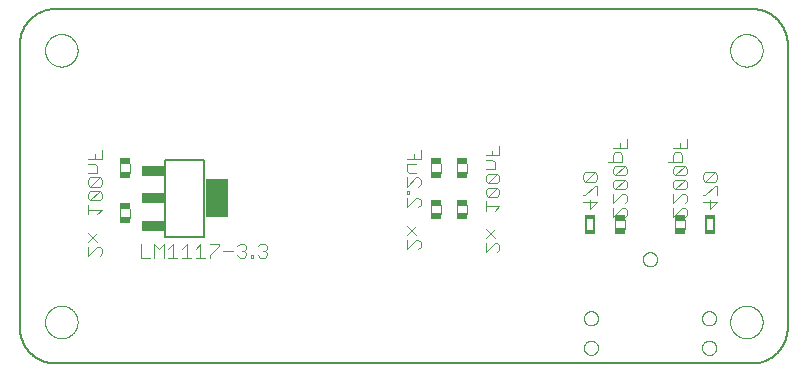
<source format=gbo>
G75*
%MOIN*%
%OFA0B0*%
%FSLAX25Y25*%
%IPPOS*%
%LPD*%
%AMOC8*
5,1,8,0,0,1.08239X$1,22.5*
%
%ADD10C,0.00400*%
%ADD11C,0.00500*%
%ADD12C,0.00000*%
%ADD13C,0.00800*%
%ADD14R,0.07300X0.12600*%
%ADD15R,0.07300X0.03400*%
%ADD16R,0.03740X0.01969*%
%ADD17C,0.00600*%
%ADD18R,0.03400X0.01600*%
D10*
X0045200Y0047191D02*
X0048269Y0047191D01*
X0049804Y0047191D02*
X0049804Y0051794D01*
X0051339Y0050260D01*
X0052873Y0051794D01*
X0052873Y0047191D01*
X0054408Y0047191D02*
X0057477Y0047191D01*
X0055942Y0047191D02*
X0055942Y0051794D01*
X0054408Y0050260D01*
X0059012Y0050260D02*
X0060546Y0051794D01*
X0060546Y0047191D01*
X0059012Y0047191D02*
X0062081Y0047191D01*
X0063616Y0047191D02*
X0066685Y0047191D01*
X0068220Y0047191D02*
X0068220Y0047958D01*
X0071289Y0051027D01*
X0071289Y0051794D01*
X0068220Y0051794D01*
X0065150Y0051794D02*
X0063616Y0050260D01*
X0065150Y0051794D02*
X0065150Y0047191D01*
X0072824Y0049493D02*
X0075893Y0049493D01*
X0077427Y0051027D02*
X0078195Y0051794D01*
X0079729Y0051794D01*
X0080497Y0051027D01*
X0080497Y0050260D01*
X0079729Y0049493D01*
X0080497Y0048725D01*
X0080497Y0047958D01*
X0079729Y0047191D01*
X0078195Y0047191D01*
X0077427Y0047958D01*
X0078962Y0049493D02*
X0079729Y0049493D01*
X0082031Y0047958D02*
X0082799Y0047958D01*
X0082799Y0047191D01*
X0082031Y0047191D01*
X0082031Y0047958D01*
X0084333Y0047958D02*
X0085101Y0047191D01*
X0086635Y0047191D01*
X0087403Y0047958D01*
X0087403Y0048725D01*
X0086635Y0049493D01*
X0085868Y0049493D01*
X0086635Y0049493D02*
X0087403Y0050260D01*
X0087403Y0051027D01*
X0086635Y0051794D01*
X0085101Y0051794D01*
X0084333Y0051027D01*
X0045200Y0051794D02*
X0045200Y0047191D01*
X0032304Y0048626D02*
X0031537Y0047859D01*
X0032304Y0048626D02*
X0032304Y0050161D01*
X0031537Y0050928D01*
X0030769Y0050928D01*
X0027700Y0047859D01*
X0027700Y0050928D01*
X0027700Y0052463D02*
X0030769Y0055532D01*
X0030769Y0052463D02*
X0027700Y0055532D01*
X0027700Y0061671D02*
X0027700Y0064740D01*
X0027700Y0063205D02*
X0032304Y0063205D01*
X0030769Y0061671D01*
X0038299Y0060589D02*
X0038299Y0063392D01*
X0041650Y0063392D02*
X0041650Y0060589D01*
X0032304Y0067042D02*
X0031537Y0066275D01*
X0028467Y0066275D01*
X0031537Y0069344D01*
X0028467Y0069344D01*
X0027700Y0068577D01*
X0027700Y0067042D01*
X0028467Y0066275D01*
X0032304Y0067042D02*
X0032304Y0068577D01*
X0031537Y0069344D01*
X0031537Y0070879D02*
X0032304Y0071646D01*
X0032304Y0073181D01*
X0031537Y0073948D01*
X0028467Y0070879D01*
X0027700Y0071646D01*
X0027700Y0073181D01*
X0028467Y0073948D01*
X0031537Y0073948D01*
X0030769Y0075483D02*
X0030769Y0077785D01*
X0030002Y0078552D01*
X0027700Y0078552D01*
X0027700Y0080087D02*
X0032304Y0080087D01*
X0032304Y0083156D01*
X0030002Y0081621D02*
X0030002Y0080087D01*
X0030769Y0075483D02*
X0027700Y0075483D01*
X0028467Y0070879D02*
X0031537Y0070879D01*
X0038299Y0075589D02*
X0038299Y0078392D01*
X0041650Y0078392D02*
X0041650Y0075589D01*
X0133950Y0076250D02*
X0134717Y0075483D01*
X0137019Y0075483D01*
X0137019Y0073948D02*
X0137787Y0073948D01*
X0138554Y0073181D01*
X0138554Y0071646D01*
X0137787Y0070879D01*
X0137019Y0073948D02*
X0133950Y0070879D01*
X0133950Y0073948D01*
X0133950Y0076250D02*
X0133950Y0078552D01*
X0137019Y0078552D01*
X0136252Y0080087D02*
X0136252Y0081621D01*
X0138554Y0080087D02*
X0138554Y0083156D01*
X0138554Y0080087D02*
X0133950Y0080087D01*
X0142049Y0078392D02*
X0142049Y0075589D01*
X0145400Y0075589D02*
X0145400Y0078392D01*
X0150799Y0078392D02*
X0150799Y0075589D01*
X0154150Y0075589D02*
X0154150Y0078392D01*
X0160200Y0079802D02*
X0162502Y0079802D01*
X0163269Y0079035D01*
X0163269Y0076733D01*
X0160200Y0076733D01*
X0160967Y0075198D02*
X0160200Y0074431D01*
X0160200Y0072896D01*
X0160967Y0072129D01*
X0164037Y0075198D01*
X0160967Y0075198D01*
X0164037Y0075198D02*
X0164804Y0074431D01*
X0164804Y0072896D01*
X0164037Y0072129D01*
X0160967Y0072129D01*
X0160967Y0070594D02*
X0160200Y0069827D01*
X0160200Y0068292D01*
X0160967Y0067525D01*
X0164037Y0070594D01*
X0160967Y0070594D01*
X0164037Y0070594D02*
X0164804Y0069827D01*
X0164804Y0068292D01*
X0164037Y0067525D01*
X0160967Y0067525D01*
X0160200Y0065990D02*
X0160200Y0062921D01*
X0163269Y0062921D02*
X0164804Y0064455D01*
X0160200Y0064455D01*
X0154150Y0064642D02*
X0154150Y0061839D01*
X0150799Y0061839D02*
X0150799Y0064642D01*
X0145400Y0064642D02*
X0145400Y0061839D01*
X0142049Y0061839D02*
X0142049Y0064642D01*
X0138554Y0064740D02*
X0137787Y0063973D01*
X0138554Y0064740D02*
X0138554Y0066275D01*
X0137787Y0067042D01*
X0137019Y0067042D01*
X0133950Y0063973D01*
X0133950Y0067042D01*
X0133950Y0068577D02*
X0133950Y0069344D01*
X0134717Y0069344D01*
X0134717Y0068577D01*
X0133950Y0068577D01*
X0133950Y0057834D02*
X0137019Y0054765D01*
X0137019Y0053230D02*
X0137787Y0053230D01*
X0138554Y0052463D01*
X0138554Y0050928D01*
X0137787Y0050161D01*
X0137019Y0053230D02*
X0133950Y0050161D01*
X0133950Y0053230D01*
X0133950Y0054765D02*
X0137019Y0057834D01*
X0160200Y0056782D02*
X0163269Y0053713D01*
X0163269Y0052178D02*
X0164037Y0052178D01*
X0164804Y0051411D01*
X0164804Y0049876D01*
X0164037Y0049109D01*
X0163269Y0052178D02*
X0160200Y0049109D01*
X0160200Y0052178D01*
X0160200Y0053713D02*
X0163269Y0056782D01*
X0192700Y0065681D02*
X0197304Y0065681D01*
X0195002Y0063379D01*
X0195002Y0066448D01*
X0193467Y0067983D02*
X0192700Y0067983D01*
X0193467Y0067983D02*
X0196537Y0071052D01*
X0197304Y0071052D01*
X0197304Y0067983D01*
X0202700Y0068490D02*
X0202700Y0065421D01*
X0205769Y0068490D01*
X0206537Y0068490D01*
X0207304Y0067723D01*
X0207304Y0066188D01*
X0206537Y0065421D01*
X0206537Y0063886D02*
X0207304Y0063119D01*
X0207304Y0061584D01*
X0206537Y0060817D01*
X0206650Y0059642D02*
X0206650Y0056839D01*
X0203299Y0056839D02*
X0203299Y0059642D01*
X0202700Y0060817D02*
X0205769Y0063886D01*
X0206537Y0063886D01*
X0202700Y0063886D02*
X0202700Y0060817D01*
X0203467Y0070025D02*
X0206537Y0073094D01*
X0203467Y0073094D01*
X0202700Y0072327D01*
X0202700Y0070792D01*
X0203467Y0070025D01*
X0206537Y0070025D01*
X0207304Y0070792D01*
X0207304Y0072327D01*
X0206537Y0073094D01*
X0206537Y0074629D02*
X0203467Y0074629D01*
X0206537Y0077698D01*
X0203467Y0077698D01*
X0202700Y0076931D01*
X0202700Y0075396D01*
X0203467Y0074629D01*
X0206537Y0074629D02*
X0207304Y0075396D01*
X0207304Y0076931D01*
X0206537Y0077698D01*
X0205769Y0079233D02*
X0205769Y0081535D01*
X0205002Y0082302D01*
X0203467Y0082302D01*
X0202700Y0081535D01*
X0202700Y0079233D01*
X0201165Y0079233D02*
X0205769Y0079233D01*
X0205002Y0083837D02*
X0205002Y0085371D01*
X0202700Y0083837D02*
X0207304Y0083837D01*
X0207304Y0086906D01*
X0222700Y0083837D02*
X0227304Y0083837D01*
X0227304Y0086906D01*
X0225002Y0085371D02*
X0225002Y0083837D01*
X0225002Y0082302D02*
X0223467Y0082302D01*
X0222700Y0081535D01*
X0222700Y0079233D01*
X0221165Y0079233D02*
X0225769Y0079233D01*
X0225769Y0081535D01*
X0225002Y0082302D01*
X0226537Y0077698D02*
X0223467Y0077698D01*
X0222700Y0076931D01*
X0222700Y0075396D01*
X0223467Y0074629D01*
X0226537Y0077698D01*
X0227304Y0076931D01*
X0227304Y0075396D01*
X0226537Y0074629D01*
X0223467Y0074629D01*
X0223467Y0073094D02*
X0222700Y0072327D01*
X0222700Y0070792D01*
X0223467Y0070025D01*
X0226537Y0073094D01*
X0223467Y0073094D01*
X0226537Y0073094D02*
X0227304Y0072327D01*
X0227304Y0070792D01*
X0226537Y0070025D01*
X0223467Y0070025D01*
X0222700Y0068490D02*
X0222700Y0065421D01*
X0225769Y0068490D01*
X0226537Y0068490D01*
X0227304Y0067723D01*
X0227304Y0066188D01*
X0226537Y0065421D01*
X0226537Y0063886D02*
X0227304Y0063119D01*
X0227304Y0061584D01*
X0226537Y0060817D01*
X0226650Y0059642D02*
X0226650Y0056839D01*
X0223299Y0056839D02*
X0223299Y0059642D01*
X0222700Y0060817D02*
X0225769Y0063886D01*
X0226537Y0063886D01*
X0222700Y0063886D02*
X0222700Y0060817D01*
X0232700Y0065681D02*
X0237304Y0065681D01*
X0235002Y0063379D01*
X0235002Y0066448D01*
X0233467Y0067983D02*
X0232700Y0067983D01*
X0233467Y0067983D02*
X0236537Y0071052D01*
X0237304Y0071052D01*
X0237304Y0067983D01*
X0236537Y0072587D02*
X0233467Y0072587D01*
X0236537Y0075656D01*
X0233467Y0075656D01*
X0232700Y0074889D01*
X0232700Y0073354D01*
X0233467Y0072587D01*
X0236537Y0072587D02*
X0237304Y0073354D01*
X0237304Y0074889D01*
X0236537Y0075656D01*
X0197304Y0074889D02*
X0197304Y0073354D01*
X0196537Y0072587D01*
X0193467Y0072587D01*
X0196537Y0075656D01*
X0193467Y0075656D01*
X0192700Y0074889D01*
X0192700Y0073354D01*
X0193467Y0072587D01*
X0196537Y0075656D02*
X0197304Y0074889D01*
X0164804Y0081337D02*
X0164804Y0084406D01*
X0162502Y0082871D02*
X0162502Y0081337D01*
X0160200Y0081337D02*
X0164804Y0081337D01*
D11*
X0249094Y0011991D02*
X0016811Y0011991D01*
X0016526Y0011994D01*
X0016240Y0012005D01*
X0015955Y0012022D01*
X0015671Y0012046D01*
X0015387Y0012077D01*
X0015104Y0012115D01*
X0014823Y0012160D01*
X0014542Y0012211D01*
X0014262Y0012269D01*
X0013984Y0012334D01*
X0013708Y0012406D01*
X0013434Y0012484D01*
X0013161Y0012569D01*
X0012891Y0012661D01*
X0012623Y0012759D01*
X0012357Y0012863D01*
X0012094Y0012974D01*
X0011834Y0013091D01*
X0011576Y0013214D01*
X0011322Y0013344D01*
X0011071Y0013480D01*
X0010823Y0013621D01*
X0010579Y0013769D01*
X0010338Y0013922D01*
X0010102Y0014082D01*
X0009869Y0014247D01*
X0009640Y0014417D01*
X0009415Y0014593D01*
X0009195Y0014775D01*
X0008979Y0014961D01*
X0008768Y0015153D01*
X0008561Y0015350D01*
X0008359Y0015552D01*
X0008162Y0015759D01*
X0007970Y0015970D01*
X0007784Y0016186D01*
X0007602Y0016406D01*
X0007426Y0016631D01*
X0007256Y0016860D01*
X0007091Y0017093D01*
X0006931Y0017329D01*
X0006778Y0017570D01*
X0006630Y0017814D01*
X0006489Y0018062D01*
X0006353Y0018313D01*
X0006223Y0018567D01*
X0006100Y0018825D01*
X0005983Y0019085D01*
X0005872Y0019348D01*
X0005768Y0019614D01*
X0005670Y0019882D01*
X0005578Y0020152D01*
X0005493Y0020425D01*
X0005415Y0020699D01*
X0005343Y0020975D01*
X0005278Y0021253D01*
X0005220Y0021533D01*
X0005169Y0021814D01*
X0005124Y0022095D01*
X0005086Y0022378D01*
X0005055Y0022662D01*
X0005031Y0022946D01*
X0005014Y0023231D01*
X0005003Y0023517D01*
X0005000Y0023802D01*
X0005000Y0118290D01*
X0005003Y0118575D01*
X0005014Y0118861D01*
X0005031Y0119146D01*
X0005055Y0119430D01*
X0005086Y0119714D01*
X0005124Y0119997D01*
X0005169Y0120278D01*
X0005220Y0120559D01*
X0005278Y0120839D01*
X0005343Y0121117D01*
X0005415Y0121393D01*
X0005493Y0121667D01*
X0005578Y0121940D01*
X0005670Y0122210D01*
X0005768Y0122478D01*
X0005872Y0122744D01*
X0005983Y0123007D01*
X0006100Y0123267D01*
X0006223Y0123525D01*
X0006353Y0123779D01*
X0006489Y0124030D01*
X0006630Y0124278D01*
X0006778Y0124522D01*
X0006931Y0124763D01*
X0007091Y0124999D01*
X0007256Y0125232D01*
X0007426Y0125461D01*
X0007602Y0125686D01*
X0007784Y0125906D01*
X0007970Y0126122D01*
X0008162Y0126333D01*
X0008359Y0126540D01*
X0008561Y0126742D01*
X0008768Y0126939D01*
X0008979Y0127131D01*
X0009195Y0127317D01*
X0009415Y0127499D01*
X0009640Y0127675D01*
X0009869Y0127845D01*
X0010102Y0128010D01*
X0010338Y0128170D01*
X0010579Y0128323D01*
X0010823Y0128471D01*
X0011071Y0128612D01*
X0011322Y0128748D01*
X0011576Y0128878D01*
X0011834Y0129001D01*
X0012094Y0129118D01*
X0012357Y0129229D01*
X0012623Y0129333D01*
X0012891Y0129431D01*
X0013161Y0129523D01*
X0013434Y0129608D01*
X0013708Y0129686D01*
X0013984Y0129758D01*
X0014262Y0129823D01*
X0014542Y0129881D01*
X0014823Y0129932D01*
X0015104Y0129977D01*
X0015387Y0130015D01*
X0015671Y0130046D01*
X0015955Y0130070D01*
X0016240Y0130087D01*
X0016526Y0130098D01*
X0016811Y0130101D01*
X0249094Y0130101D01*
X0249379Y0130098D01*
X0249665Y0130087D01*
X0249950Y0130070D01*
X0250234Y0130046D01*
X0250518Y0130015D01*
X0250801Y0129977D01*
X0251082Y0129932D01*
X0251363Y0129881D01*
X0251643Y0129823D01*
X0251921Y0129758D01*
X0252197Y0129686D01*
X0252471Y0129608D01*
X0252744Y0129523D01*
X0253014Y0129431D01*
X0253282Y0129333D01*
X0253548Y0129229D01*
X0253811Y0129118D01*
X0254071Y0129001D01*
X0254329Y0128878D01*
X0254583Y0128748D01*
X0254834Y0128612D01*
X0255082Y0128471D01*
X0255326Y0128323D01*
X0255567Y0128170D01*
X0255803Y0128010D01*
X0256036Y0127845D01*
X0256265Y0127675D01*
X0256490Y0127499D01*
X0256710Y0127317D01*
X0256926Y0127131D01*
X0257137Y0126939D01*
X0257344Y0126742D01*
X0257546Y0126540D01*
X0257743Y0126333D01*
X0257935Y0126122D01*
X0258121Y0125906D01*
X0258303Y0125686D01*
X0258479Y0125461D01*
X0258649Y0125232D01*
X0258814Y0124999D01*
X0258974Y0124763D01*
X0259127Y0124522D01*
X0259275Y0124278D01*
X0259416Y0124030D01*
X0259552Y0123779D01*
X0259682Y0123525D01*
X0259805Y0123267D01*
X0259922Y0123007D01*
X0260033Y0122744D01*
X0260137Y0122478D01*
X0260235Y0122210D01*
X0260327Y0121940D01*
X0260412Y0121667D01*
X0260490Y0121393D01*
X0260562Y0121117D01*
X0260627Y0120839D01*
X0260685Y0120559D01*
X0260736Y0120278D01*
X0260781Y0119997D01*
X0260819Y0119714D01*
X0260850Y0119430D01*
X0260874Y0119146D01*
X0260891Y0118861D01*
X0260902Y0118575D01*
X0260905Y0118290D01*
X0260906Y0118290D02*
X0260906Y0023802D01*
X0260905Y0023802D02*
X0260902Y0023517D01*
X0260891Y0023231D01*
X0260874Y0022946D01*
X0260850Y0022662D01*
X0260819Y0022378D01*
X0260781Y0022095D01*
X0260736Y0021814D01*
X0260685Y0021533D01*
X0260627Y0021253D01*
X0260562Y0020975D01*
X0260490Y0020699D01*
X0260412Y0020425D01*
X0260327Y0020152D01*
X0260235Y0019882D01*
X0260137Y0019614D01*
X0260033Y0019348D01*
X0259922Y0019085D01*
X0259805Y0018825D01*
X0259682Y0018567D01*
X0259552Y0018313D01*
X0259416Y0018062D01*
X0259275Y0017814D01*
X0259127Y0017570D01*
X0258974Y0017329D01*
X0258814Y0017093D01*
X0258649Y0016860D01*
X0258479Y0016631D01*
X0258303Y0016406D01*
X0258121Y0016186D01*
X0257935Y0015970D01*
X0257743Y0015759D01*
X0257546Y0015552D01*
X0257344Y0015350D01*
X0257137Y0015153D01*
X0256926Y0014961D01*
X0256710Y0014775D01*
X0256490Y0014593D01*
X0256265Y0014417D01*
X0256036Y0014247D01*
X0255803Y0014082D01*
X0255567Y0013922D01*
X0255326Y0013769D01*
X0255082Y0013621D01*
X0254834Y0013480D01*
X0254583Y0013344D01*
X0254329Y0013214D01*
X0254071Y0013091D01*
X0253811Y0012974D01*
X0253548Y0012863D01*
X0253282Y0012759D01*
X0253014Y0012661D01*
X0252744Y0012569D01*
X0252471Y0012484D01*
X0252197Y0012406D01*
X0251921Y0012334D01*
X0251643Y0012269D01*
X0251363Y0012211D01*
X0251082Y0012160D01*
X0250801Y0012115D01*
X0250518Y0012077D01*
X0250234Y0012046D01*
X0249950Y0012022D01*
X0249665Y0012005D01*
X0249379Y0011994D01*
X0249094Y0011991D01*
D12*
X0232323Y0017148D02*
X0232325Y0017245D01*
X0232331Y0017342D01*
X0232341Y0017438D01*
X0232355Y0017534D01*
X0232373Y0017630D01*
X0232394Y0017724D01*
X0232420Y0017818D01*
X0232449Y0017910D01*
X0232483Y0018001D01*
X0232519Y0018091D01*
X0232560Y0018179D01*
X0232604Y0018265D01*
X0232652Y0018350D01*
X0232703Y0018432D01*
X0232757Y0018513D01*
X0232815Y0018591D01*
X0232876Y0018666D01*
X0232939Y0018739D01*
X0233006Y0018810D01*
X0233076Y0018877D01*
X0233148Y0018942D01*
X0233223Y0019003D01*
X0233301Y0019062D01*
X0233380Y0019117D01*
X0233462Y0019169D01*
X0233546Y0019217D01*
X0233632Y0019262D01*
X0233720Y0019304D01*
X0233809Y0019342D01*
X0233900Y0019376D01*
X0233992Y0019406D01*
X0234085Y0019433D01*
X0234180Y0019455D01*
X0234275Y0019474D01*
X0234371Y0019489D01*
X0234467Y0019500D01*
X0234564Y0019507D01*
X0234661Y0019510D01*
X0234758Y0019509D01*
X0234855Y0019504D01*
X0234951Y0019495D01*
X0235047Y0019482D01*
X0235143Y0019465D01*
X0235238Y0019444D01*
X0235331Y0019420D01*
X0235424Y0019391D01*
X0235516Y0019359D01*
X0235606Y0019323D01*
X0235694Y0019284D01*
X0235781Y0019240D01*
X0235866Y0019194D01*
X0235949Y0019143D01*
X0236030Y0019090D01*
X0236108Y0019033D01*
X0236185Y0018973D01*
X0236258Y0018910D01*
X0236329Y0018844D01*
X0236397Y0018775D01*
X0236463Y0018703D01*
X0236525Y0018629D01*
X0236584Y0018552D01*
X0236640Y0018473D01*
X0236693Y0018391D01*
X0236743Y0018308D01*
X0236788Y0018222D01*
X0236831Y0018135D01*
X0236870Y0018046D01*
X0236905Y0017956D01*
X0236936Y0017864D01*
X0236963Y0017771D01*
X0236987Y0017677D01*
X0237007Y0017582D01*
X0237023Y0017486D01*
X0237035Y0017390D01*
X0237043Y0017293D01*
X0237047Y0017196D01*
X0237047Y0017100D01*
X0237043Y0017003D01*
X0237035Y0016906D01*
X0237023Y0016810D01*
X0237007Y0016714D01*
X0236987Y0016619D01*
X0236963Y0016525D01*
X0236936Y0016432D01*
X0236905Y0016340D01*
X0236870Y0016250D01*
X0236831Y0016161D01*
X0236788Y0016074D01*
X0236743Y0015988D01*
X0236693Y0015905D01*
X0236640Y0015823D01*
X0236584Y0015744D01*
X0236525Y0015667D01*
X0236463Y0015593D01*
X0236397Y0015521D01*
X0236329Y0015452D01*
X0236258Y0015386D01*
X0236185Y0015323D01*
X0236108Y0015263D01*
X0236030Y0015206D01*
X0235949Y0015153D01*
X0235866Y0015102D01*
X0235781Y0015056D01*
X0235694Y0015012D01*
X0235606Y0014973D01*
X0235516Y0014937D01*
X0235424Y0014905D01*
X0235331Y0014876D01*
X0235238Y0014852D01*
X0235143Y0014831D01*
X0235047Y0014814D01*
X0234951Y0014801D01*
X0234855Y0014792D01*
X0234758Y0014787D01*
X0234661Y0014786D01*
X0234564Y0014789D01*
X0234467Y0014796D01*
X0234371Y0014807D01*
X0234275Y0014822D01*
X0234180Y0014841D01*
X0234085Y0014863D01*
X0233992Y0014890D01*
X0233900Y0014920D01*
X0233809Y0014954D01*
X0233720Y0014992D01*
X0233632Y0015034D01*
X0233546Y0015079D01*
X0233462Y0015127D01*
X0233380Y0015179D01*
X0233301Y0015234D01*
X0233223Y0015293D01*
X0233148Y0015354D01*
X0233076Y0015419D01*
X0233006Y0015486D01*
X0232939Y0015557D01*
X0232876Y0015630D01*
X0232815Y0015705D01*
X0232757Y0015783D01*
X0232703Y0015864D01*
X0232652Y0015946D01*
X0232604Y0016031D01*
X0232560Y0016117D01*
X0232519Y0016205D01*
X0232483Y0016295D01*
X0232449Y0016386D01*
X0232420Y0016478D01*
X0232394Y0016572D01*
X0232373Y0016666D01*
X0232355Y0016762D01*
X0232341Y0016858D01*
X0232331Y0016954D01*
X0232325Y0017051D01*
X0232323Y0017148D01*
X0241713Y0025770D02*
X0241715Y0025917D01*
X0241721Y0026063D01*
X0241731Y0026209D01*
X0241745Y0026355D01*
X0241763Y0026501D01*
X0241784Y0026646D01*
X0241810Y0026790D01*
X0241840Y0026934D01*
X0241873Y0027076D01*
X0241910Y0027218D01*
X0241951Y0027359D01*
X0241996Y0027498D01*
X0242045Y0027637D01*
X0242097Y0027774D01*
X0242154Y0027909D01*
X0242213Y0028043D01*
X0242277Y0028175D01*
X0242344Y0028305D01*
X0242414Y0028434D01*
X0242488Y0028561D01*
X0242565Y0028685D01*
X0242646Y0028808D01*
X0242730Y0028928D01*
X0242817Y0029046D01*
X0242907Y0029161D01*
X0243000Y0029274D01*
X0243097Y0029385D01*
X0243196Y0029493D01*
X0243298Y0029598D01*
X0243403Y0029700D01*
X0243511Y0029799D01*
X0243622Y0029896D01*
X0243735Y0029989D01*
X0243850Y0030079D01*
X0243968Y0030166D01*
X0244088Y0030250D01*
X0244211Y0030331D01*
X0244335Y0030408D01*
X0244462Y0030482D01*
X0244591Y0030552D01*
X0244721Y0030619D01*
X0244853Y0030683D01*
X0244987Y0030742D01*
X0245122Y0030799D01*
X0245259Y0030851D01*
X0245398Y0030900D01*
X0245537Y0030945D01*
X0245678Y0030986D01*
X0245820Y0031023D01*
X0245962Y0031056D01*
X0246106Y0031086D01*
X0246250Y0031112D01*
X0246395Y0031133D01*
X0246541Y0031151D01*
X0246687Y0031165D01*
X0246833Y0031175D01*
X0246979Y0031181D01*
X0247126Y0031183D01*
X0247273Y0031181D01*
X0247419Y0031175D01*
X0247565Y0031165D01*
X0247711Y0031151D01*
X0247857Y0031133D01*
X0248002Y0031112D01*
X0248146Y0031086D01*
X0248290Y0031056D01*
X0248432Y0031023D01*
X0248574Y0030986D01*
X0248715Y0030945D01*
X0248854Y0030900D01*
X0248993Y0030851D01*
X0249130Y0030799D01*
X0249265Y0030742D01*
X0249399Y0030683D01*
X0249531Y0030619D01*
X0249661Y0030552D01*
X0249790Y0030482D01*
X0249917Y0030408D01*
X0250041Y0030331D01*
X0250164Y0030250D01*
X0250284Y0030166D01*
X0250402Y0030079D01*
X0250517Y0029989D01*
X0250630Y0029896D01*
X0250741Y0029799D01*
X0250849Y0029700D01*
X0250954Y0029598D01*
X0251056Y0029493D01*
X0251155Y0029385D01*
X0251252Y0029274D01*
X0251345Y0029161D01*
X0251435Y0029046D01*
X0251522Y0028928D01*
X0251606Y0028808D01*
X0251687Y0028685D01*
X0251764Y0028561D01*
X0251838Y0028434D01*
X0251908Y0028305D01*
X0251975Y0028175D01*
X0252039Y0028043D01*
X0252098Y0027909D01*
X0252155Y0027774D01*
X0252207Y0027637D01*
X0252256Y0027498D01*
X0252301Y0027359D01*
X0252342Y0027218D01*
X0252379Y0027076D01*
X0252412Y0026934D01*
X0252442Y0026790D01*
X0252468Y0026646D01*
X0252489Y0026501D01*
X0252507Y0026355D01*
X0252521Y0026209D01*
X0252531Y0026063D01*
X0252537Y0025917D01*
X0252539Y0025770D01*
X0252537Y0025623D01*
X0252531Y0025477D01*
X0252521Y0025331D01*
X0252507Y0025185D01*
X0252489Y0025039D01*
X0252468Y0024894D01*
X0252442Y0024750D01*
X0252412Y0024606D01*
X0252379Y0024464D01*
X0252342Y0024322D01*
X0252301Y0024181D01*
X0252256Y0024042D01*
X0252207Y0023903D01*
X0252155Y0023766D01*
X0252098Y0023631D01*
X0252039Y0023497D01*
X0251975Y0023365D01*
X0251908Y0023235D01*
X0251838Y0023106D01*
X0251764Y0022979D01*
X0251687Y0022855D01*
X0251606Y0022732D01*
X0251522Y0022612D01*
X0251435Y0022494D01*
X0251345Y0022379D01*
X0251252Y0022266D01*
X0251155Y0022155D01*
X0251056Y0022047D01*
X0250954Y0021942D01*
X0250849Y0021840D01*
X0250741Y0021741D01*
X0250630Y0021644D01*
X0250517Y0021551D01*
X0250402Y0021461D01*
X0250284Y0021374D01*
X0250164Y0021290D01*
X0250041Y0021209D01*
X0249917Y0021132D01*
X0249790Y0021058D01*
X0249661Y0020988D01*
X0249531Y0020921D01*
X0249399Y0020857D01*
X0249265Y0020798D01*
X0249130Y0020741D01*
X0248993Y0020689D01*
X0248854Y0020640D01*
X0248715Y0020595D01*
X0248574Y0020554D01*
X0248432Y0020517D01*
X0248290Y0020484D01*
X0248146Y0020454D01*
X0248002Y0020428D01*
X0247857Y0020407D01*
X0247711Y0020389D01*
X0247565Y0020375D01*
X0247419Y0020365D01*
X0247273Y0020359D01*
X0247126Y0020357D01*
X0246979Y0020359D01*
X0246833Y0020365D01*
X0246687Y0020375D01*
X0246541Y0020389D01*
X0246395Y0020407D01*
X0246250Y0020428D01*
X0246106Y0020454D01*
X0245962Y0020484D01*
X0245820Y0020517D01*
X0245678Y0020554D01*
X0245537Y0020595D01*
X0245398Y0020640D01*
X0245259Y0020689D01*
X0245122Y0020741D01*
X0244987Y0020798D01*
X0244853Y0020857D01*
X0244721Y0020921D01*
X0244591Y0020988D01*
X0244462Y0021058D01*
X0244335Y0021132D01*
X0244211Y0021209D01*
X0244088Y0021290D01*
X0243968Y0021374D01*
X0243850Y0021461D01*
X0243735Y0021551D01*
X0243622Y0021644D01*
X0243511Y0021741D01*
X0243403Y0021840D01*
X0243298Y0021942D01*
X0243196Y0022047D01*
X0243097Y0022155D01*
X0243000Y0022266D01*
X0242907Y0022379D01*
X0242817Y0022494D01*
X0242730Y0022612D01*
X0242646Y0022732D01*
X0242565Y0022855D01*
X0242488Y0022979D01*
X0242414Y0023106D01*
X0242344Y0023235D01*
X0242277Y0023365D01*
X0242213Y0023497D01*
X0242154Y0023631D01*
X0242097Y0023766D01*
X0242045Y0023903D01*
X0241996Y0024042D01*
X0241951Y0024181D01*
X0241910Y0024322D01*
X0241873Y0024464D01*
X0241840Y0024606D01*
X0241810Y0024750D01*
X0241784Y0024894D01*
X0241763Y0025039D01*
X0241745Y0025185D01*
X0241731Y0025331D01*
X0241721Y0025477D01*
X0241715Y0025623D01*
X0241713Y0025770D01*
X0232323Y0026991D02*
X0232325Y0027088D01*
X0232331Y0027185D01*
X0232341Y0027281D01*
X0232355Y0027377D01*
X0232373Y0027473D01*
X0232394Y0027567D01*
X0232420Y0027661D01*
X0232449Y0027753D01*
X0232483Y0027844D01*
X0232519Y0027934D01*
X0232560Y0028022D01*
X0232604Y0028108D01*
X0232652Y0028193D01*
X0232703Y0028275D01*
X0232757Y0028356D01*
X0232815Y0028434D01*
X0232876Y0028509D01*
X0232939Y0028582D01*
X0233006Y0028653D01*
X0233076Y0028720D01*
X0233148Y0028785D01*
X0233223Y0028846D01*
X0233301Y0028905D01*
X0233380Y0028960D01*
X0233462Y0029012D01*
X0233546Y0029060D01*
X0233632Y0029105D01*
X0233720Y0029147D01*
X0233809Y0029185D01*
X0233900Y0029219D01*
X0233992Y0029249D01*
X0234085Y0029276D01*
X0234180Y0029298D01*
X0234275Y0029317D01*
X0234371Y0029332D01*
X0234467Y0029343D01*
X0234564Y0029350D01*
X0234661Y0029353D01*
X0234758Y0029352D01*
X0234855Y0029347D01*
X0234951Y0029338D01*
X0235047Y0029325D01*
X0235143Y0029308D01*
X0235238Y0029287D01*
X0235331Y0029263D01*
X0235424Y0029234D01*
X0235516Y0029202D01*
X0235606Y0029166D01*
X0235694Y0029127D01*
X0235781Y0029083D01*
X0235866Y0029037D01*
X0235949Y0028986D01*
X0236030Y0028933D01*
X0236108Y0028876D01*
X0236185Y0028816D01*
X0236258Y0028753D01*
X0236329Y0028687D01*
X0236397Y0028618D01*
X0236463Y0028546D01*
X0236525Y0028472D01*
X0236584Y0028395D01*
X0236640Y0028316D01*
X0236693Y0028234D01*
X0236743Y0028151D01*
X0236788Y0028065D01*
X0236831Y0027978D01*
X0236870Y0027889D01*
X0236905Y0027799D01*
X0236936Y0027707D01*
X0236963Y0027614D01*
X0236987Y0027520D01*
X0237007Y0027425D01*
X0237023Y0027329D01*
X0237035Y0027233D01*
X0237043Y0027136D01*
X0237047Y0027039D01*
X0237047Y0026943D01*
X0237043Y0026846D01*
X0237035Y0026749D01*
X0237023Y0026653D01*
X0237007Y0026557D01*
X0236987Y0026462D01*
X0236963Y0026368D01*
X0236936Y0026275D01*
X0236905Y0026183D01*
X0236870Y0026093D01*
X0236831Y0026004D01*
X0236788Y0025917D01*
X0236743Y0025831D01*
X0236693Y0025748D01*
X0236640Y0025666D01*
X0236584Y0025587D01*
X0236525Y0025510D01*
X0236463Y0025436D01*
X0236397Y0025364D01*
X0236329Y0025295D01*
X0236258Y0025229D01*
X0236185Y0025166D01*
X0236108Y0025106D01*
X0236030Y0025049D01*
X0235949Y0024996D01*
X0235866Y0024945D01*
X0235781Y0024899D01*
X0235694Y0024855D01*
X0235606Y0024816D01*
X0235516Y0024780D01*
X0235424Y0024748D01*
X0235331Y0024719D01*
X0235238Y0024695D01*
X0235143Y0024674D01*
X0235047Y0024657D01*
X0234951Y0024644D01*
X0234855Y0024635D01*
X0234758Y0024630D01*
X0234661Y0024629D01*
X0234564Y0024632D01*
X0234467Y0024639D01*
X0234371Y0024650D01*
X0234275Y0024665D01*
X0234180Y0024684D01*
X0234085Y0024706D01*
X0233992Y0024733D01*
X0233900Y0024763D01*
X0233809Y0024797D01*
X0233720Y0024835D01*
X0233632Y0024877D01*
X0233546Y0024922D01*
X0233462Y0024970D01*
X0233380Y0025022D01*
X0233301Y0025077D01*
X0233223Y0025136D01*
X0233148Y0025197D01*
X0233076Y0025262D01*
X0233006Y0025329D01*
X0232939Y0025400D01*
X0232876Y0025473D01*
X0232815Y0025548D01*
X0232757Y0025626D01*
X0232703Y0025707D01*
X0232652Y0025789D01*
X0232604Y0025874D01*
X0232560Y0025960D01*
X0232519Y0026048D01*
X0232483Y0026138D01*
X0232449Y0026229D01*
X0232420Y0026321D01*
X0232394Y0026415D01*
X0232373Y0026509D01*
X0232355Y0026605D01*
X0232341Y0026701D01*
X0232331Y0026797D01*
X0232325Y0026894D01*
X0232323Y0026991D01*
X0192953Y0026991D02*
X0192955Y0027088D01*
X0192961Y0027185D01*
X0192971Y0027281D01*
X0192985Y0027377D01*
X0193003Y0027473D01*
X0193024Y0027567D01*
X0193050Y0027661D01*
X0193079Y0027753D01*
X0193113Y0027844D01*
X0193149Y0027934D01*
X0193190Y0028022D01*
X0193234Y0028108D01*
X0193282Y0028193D01*
X0193333Y0028275D01*
X0193387Y0028356D01*
X0193445Y0028434D01*
X0193506Y0028509D01*
X0193569Y0028582D01*
X0193636Y0028653D01*
X0193706Y0028720D01*
X0193778Y0028785D01*
X0193853Y0028846D01*
X0193931Y0028905D01*
X0194010Y0028960D01*
X0194092Y0029012D01*
X0194176Y0029060D01*
X0194262Y0029105D01*
X0194350Y0029147D01*
X0194439Y0029185D01*
X0194530Y0029219D01*
X0194622Y0029249D01*
X0194715Y0029276D01*
X0194810Y0029298D01*
X0194905Y0029317D01*
X0195001Y0029332D01*
X0195097Y0029343D01*
X0195194Y0029350D01*
X0195291Y0029353D01*
X0195388Y0029352D01*
X0195485Y0029347D01*
X0195581Y0029338D01*
X0195677Y0029325D01*
X0195773Y0029308D01*
X0195868Y0029287D01*
X0195961Y0029263D01*
X0196054Y0029234D01*
X0196146Y0029202D01*
X0196236Y0029166D01*
X0196324Y0029127D01*
X0196411Y0029083D01*
X0196496Y0029037D01*
X0196579Y0028986D01*
X0196660Y0028933D01*
X0196738Y0028876D01*
X0196815Y0028816D01*
X0196888Y0028753D01*
X0196959Y0028687D01*
X0197027Y0028618D01*
X0197093Y0028546D01*
X0197155Y0028472D01*
X0197214Y0028395D01*
X0197270Y0028316D01*
X0197323Y0028234D01*
X0197373Y0028151D01*
X0197418Y0028065D01*
X0197461Y0027978D01*
X0197500Y0027889D01*
X0197535Y0027799D01*
X0197566Y0027707D01*
X0197593Y0027614D01*
X0197617Y0027520D01*
X0197637Y0027425D01*
X0197653Y0027329D01*
X0197665Y0027233D01*
X0197673Y0027136D01*
X0197677Y0027039D01*
X0197677Y0026943D01*
X0197673Y0026846D01*
X0197665Y0026749D01*
X0197653Y0026653D01*
X0197637Y0026557D01*
X0197617Y0026462D01*
X0197593Y0026368D01*
X0197566Y0026275D01*
X0197535Y0026183D01*
X0197500Y0026093D01*
X0197461Y0026004D01*
X0197418Y0025917D01*
X0197373Y0025831D01*
X0197323Y0025748D01*
X0197270Y0025666D01*
X0197214Y0025587D01*
X0197155Y0025510D01*
X0197093Y0025436D01*
X0197027Y0025364D01*
X0196959Y0025295D01*
X0196888Y0025229D01*
X0196815Y0025166D01*
X0196738Y0025106D01*
X0196660Y0025049D01*
X0196579Y0024996D01*
X0196496Y0024945D01*
X0196411Y0024899D01*
X0196324Y0024855D01*
X0196236Y0024816D01*
X0196146Y0024780D01*
X0196054Y0024748D01*
X0195961Y0024719D01*
X0195868Y0024695D01*
X0195773Y0024674D01*
X0195677Y0024657D01*
X0195581Y0024644D01*
X0195485Y0024635D01*
X0195388Y0024630D01*
X0195291Y0024629D01*
X0195194Y0024632D01*
X0195097Y0024639D01*
X0195001Y0024650D01*
X0194905Y0024665D01*
X0194810Y0024684D01*
X0194715Y0024706D01*
X0194622Y0024733D01*
X0194530Y0024763D01*
X0194439Y0024797D01*
X0194350Y0024835D01*
X0194262Y0024877D01*
X0194176Y0024922D01*
X0194092Y0024970D01*
X0194010Y0025022D01*
X0193931Y0025077D01*
X0193853Y0025136D01*
X0193778Y0025197D01*
X0193706Y0025262D01*
X0193636Y0025329D01*
X0193569Y0025400D01*
X0193506Y0025473D01*
X0193445Y0025548D01*
X0193387Y0025626D01*
X0193333Y0025707D01*
X0193282Y0025789D01*
X0193234Y0025874D01*
X0193190Y0025960D01*
X0193149Y0026048D01*
X0193113Y0026138D01*
X0193079Y0026229D01*
X0193050Y0026321D01*
X0193024Y0026415D01*
X0193003Y0026509D01*
X0192985Y0026605D01*
X0192971Y0026701D01*
X0192961Y0026797D01*
X0192955Y0026894D01*
X0192953Y0026991D01*
X0192953Y0017148D02*
X0192955Y0017245D01*
X0192961Y0017342D01*
X0192971Y0017438D01*
X0192985Y0017534D01*
X0193003Y0017630D01*
X0193024Y0017724D01*
X0193050Y0017818D01*
X0193079Y0017910D01*
X0193113Y0018001D01*
X0193149Y0018091D01*
X0193190Y0018179D01*
X0193234Y0018265D01*
X0193282Y0018350D01*
X0193333Y0018432D01*
X0193387Y0018513D01*
X0193445Y0018591D01*
X0193506Y0018666D01*
X0193569Y0018739D01*
X0193636Y0018810D01*
X0193706Y0018877D01*
X0193778Y0018942D01*
X0193853Y0019003D01*
X0193931Y0019062D01*
X0194010Y0019117D01*
X0194092Y0019169D01*
X0194176Y0019217D01*
X0194262Y0019262D01*
X0194350Y0019304D01*
X0194439Y0019342D01*
X0194530Y0019376D01*
X0194622Y0019406D01*
X0194715Y0019433D01*
X0194810Y0019455D01*
X0194905Y0019474D01*
X0195001Y0019489D01*
X0195097Y0019500D01*
X0195194Y0019507D01*
X0195291Y0019510D01*
X0195388Y0019509D01*
X0195485Y0019504D01*
X0195581Y0019495D01*
X0195677Y0019482D01*
X0195773Y0019465D01*
X0195868Y0019444D01*
X0195961Y0019420D01*
X0196054Y0019391D01*
X0196146Y0019359D01*
X0196236Y0019323D01*
X0196324Y0019284D01*
X0196411Y0019240D01*
X0196496Y0019194D01*
X0196579Y0019143D01*
X0196660Y0019090D01*
X0196738Y0019033D01*
X0196815Y0018973D01*
X0196888Y0018910D01*
X0196959Y0018844D01*
X0197027Y0018775D01*
X0197093Y0018703D01*
X0197155Y0018629D01*
X0197214Y0018552D01*
X0197270Y0018473D01*
X0197323Y0018391D01*
X0197373Y0018308D01*
X0197418Y0018222D01*
X0197461Y0018135D01*
X0197500Y0018046D01*
X0197535Y0017956D01*
X0197566Y0017864D01*
X0197593Y0017771D01*
X0197617Y0017677D01*
X0197637Y0017582D01*
X0197653Y0017486D01*
X0197665Y0017390D01*
X0197673Y0017293D01*
X0197677Y0017196D01*
X0197677Y0017100D01*
X0197673Y0017003D01*
X0197665Y0016906D01*
X0197653Y0016810D01*
X0197637Y0016714D01*
X0197617Y0016619D01*
X0197593Y0016525D01*
X0197566Y0016432D01*
X0197535Y0016340D01*
X0197500Y0016250D01*
X0197461Y0016161D01*
X0197418Y0016074D01*
X0197373Y0015988D01*
X0197323Y0015905D01*
X0197270Y0015823D01*
X0197214Y0015744D01*
X0197155Y0015667D01*
X0197093Y0015593D01*
X0197027Y0015521D01*
X0196959Y0015452D01*
X0196888Y0015386D01*
X0196815Y0015323D01*
X0196738Y0015263D01*
X0196660Y0015206D01*
X0196579Y0015153D01*
X0196496Y0015102D01*
X0196411Y0015056D01*
X0196324Y0015012D01*
X0196236Y0014973D01*
X0196146Y0014937D01*
X0196054Y0014905D01*
X0195961Y0014876D01*
X0195868Y0014852D01*
X0195773Y0014831D01*
X0195677Y0014814D01*
X0195581Y0014801D01*
X0195485Y0014792D01*
X0195388Y0014787D01*
X0195291Y0014786D01*
X0195194Y0014789D01*
X0195097Y0014796D01*
X0195001Y0014807D01*
X0194905Y0014822D01*
X0194810Y0014841D01*
X0194715Y0014863D01*
X0194622Y0014890D01*
X0194530Y0014920D01*
X0194439Y0014954D01*
X0194350Y0014992D01*
X0194262Y0015034D01*
X0194176Y0015079D01*
X0194092Y0015127D01*
X0194010Y0015179D01*
X0193931Y0015234D01*
X0193853Y0015293D01*
X0193778Y0015354D01*
X0193706Y0015419D01*
X0193636Y0015486D01*
X0193569Y0015557D01*
X0193506Y0015630D01*
X0193445Y0015705D01*
X0193387Y0015783D01*
X0193333Y0015864D01*
X0193282Y0015946D01*
X0193234Y0016031D01*
X0193190Y0016117D01*
X0193149Y0016205D01*
X0193113Y0016295D01*
X0193079Y0016386D01*
X0193050Y0016478D01*
X0193024Y0016572D01*
X0193003Y0016666D01*
X0192985Y0016762D01*
X0192971Y0016858D01*
X0192961Y0016954D01*
X0192955Y0017051D01*
X0192953Y0017148D01*
X0212638Y0046676D02*
X0212640Y0046773D01*
X0212646Y0046870D01*
X0212656Y0046966D01*
X0212670Y0047062D01*
X0212688Y0047158D01*
X0212709Y0047252D01*
X0212735Y0047346D01*
X0212764Y0047438D01*
X0212798Y0047529D01*
X0212834Y0047619D01*
X0212875Y0047707D01*
X0212919Y0047793D01*
X0212967Y0047878D01*
X0213018Y0047960D01*
X0213072Y0048041D01*
X0213130Y0048119D01*
X0213191Y0048194D01*
X0213254Y0048267D01*
X0213321Y0048338D01*
X0213391Y0048405D01*
X0213463Y0048470D01*
X0213538Y0048531D01*
X0213616Y0048590D01*
X0213695Y0048645D01*
X0213777Y0048697D01*
X0213861Y0048745D01*
X0213947Y0048790D01*
X0214035Y0048832D01*
X0214124Y0048870D01*
X0214215Y0048904D01*
X0214307Y0048934D01*
X0214400Y0048961D01*
X0214495Y0048983D01*
X0214590Y0049002D01*
X0214686Y0049017D01*
X0214782Y0049028D01*
X0214879Y0049035D01*
X0214976Y0049038D01*
X0215073Y0049037D01*
X0215170Y0049032D01*
X0215266Y0049023D01*
X0215362Y0049010D01*
X0215458Y0048993D01*
X0215553Y0048972D01*
X0215646Y0048948D01*
X0215739Y0048919D01*
X0215831Y0048887D01*
X0215921Y0048851D01*
X0216009Y0048812D01*
X0216096Y0048768D01*
X0216181Y0048722D01*
X0216264Y0048671D01*
X0216345Y0048618D01*
X0216423Y0048561D01*
X0216500Y0048501D01*
X0216573Y0048438D01*
X0216644Y0048372D01*
X0216712Y0048303D01*
X0216778Y0048231D01*
X0216840Y0048157D01*
X0216899Y0048080D01*
X0216955Y0048001D01*
X0217008Y0047919D01*
X0217058Y0047836D01*
X0217103Y0047750D01*
X0217146Y0047663D01*
X0217185Y0047574D01*
X0217220Y0047484D01*
X0217251Y0047392D01*
X0217278Y0047299D01*
X0217302Y0047205D01*
X0217322Y0047110D01*
X0217338Y0047014D01*
X0217350Y0046918D01*
X0217358Y0046821D01*
X0217362Y0046724D01*
X0217362Y0046628D01*
X0217358Y0046531D01*
X0217350Y0046434D01*
X0217338Y0046338D01*
X0217322Y0046242D01*
X0217302Y0046147D01*
X0217278Y0046053D01*
X0217251Y0045960D01*
X0217220Y0045868D01*
X0217185Y0045778D01*
X0217146Y0045689D01*
X0217103Y0045602D01*
X0217058Y0045516D01*
X0217008Y0045433D01*
X0216955Y0045351D01*
X0216899Y0045272D01*
X0216840Y0045195D01*
X0216778Y0045121D01*
X0216712Y0045049D01*
X0216644Y0044980D01*
X0216573Y0044914D01*
X0216500Y0044851D01*
X0216423Y0044791D01*
X0216345Y0044734D01*
X0216264Y0044681D01*
X0216181Y0044630D01*
X0216096Y0044584D01*
X0216009Y0044540D01*
X0215921Y0044501D01*
X0215831Y0044465D01*
X0215739Y0044433D01*
X0215646Y0044404D01*
X0215553Y0044380D01*
X0215458Y0044359D01*
X0215362Y0044342D01*
X0215266Y0044329D01*
X0215170Y0044320D01*
X0215073Y0044315D01*
X0214976Y0044314D01*
X0214879Y0044317D01*
X0214782Y0044324D01*
X0214686Y0044335D01*
X0214590Y0044350D01*
X0214495Y0044369D01*
X0214400Y0044391D01*
X0214307Y0044418D01*
X0214215Y0044448D01*
X0214124Y0044482D01*
X0214035Y0044520D01*
X0213947Y0044562D01*
X0213861Y0044607D01*
X0213777Y0044655D01*
X0213695Y0044707D01*
X0213616Y0044762D01*
X0213538Y0044821D01*
X0213463Y0044882D01*
X0213391Y0044947D01*
X0213321Y0045014D01*
X0213254Y0045085D01*
X0213191Y0045158D01*
X0213130Y0045233D01*
X0213072Y0045311D01*
X0213018Y0045392D01*
X0212967Y0045474D01*
X0212919Y0045559D01*
X0212875Y0045645D01*
X0212834Y0045733D01*
X0212798Y0045823D01*
X0212764Y0045914D01*
X0212735Y0046006D01*
X0212709Y0046100D01*
X0212688Y0046194D01*
X0212670Y0046290D01*
X0212656Y0046386D01*
X0212646Y0046482D01*
X0212640Y0046579D01*
X0212638Y0046676D01*
X0241713Y0116321D02*
X0241715Y0116468D01*
X0241721Y0116614D01*
X0241731Y0116760D01*
X0241745Y0116906D01*
X0241763Y0117052D01*
X0241784Y0117197D01*
X0241810Y0117341D01*
X0241840Y0117485D01*
X0241873Y0117627D01*
X0241910Y0117769D01*
X0241951Y0117910D01*
X0241996Y0118049D01*
X0242045Y0118188D01*
X0242097Y0118325D01*
X0242154Y0118460D01*
X0242213Y0118594D01*
X0242277Y0118726D01*
X0242344Y0118856D01*
X0242414Y0118985D01*
X0242488Y0119112D01*
X0242565Y0119236D01*
X0242646Y0119359D01*
X0242730Y0119479D01*
X0242817Y0119597D01*
X0242907Y0119712D01*
X0243000Y0119825D01*
X0243097Y0119936D01*
X0243196Y0120044D01*
X0243298Y0120149D01*
X0243403Y0120251D01*
X0243511Y0120350D01*
X0243622Y0120447D01*
X0243735Y0120540D01*
X0243850Y0120630D01*
X0243968Y0120717D01*
X0244088Y0120801D01*
X0244211Y0120882D01*
X0244335Y0120959D01*
X0244462Y0121033D01*
X0244591Y0121103D01*
X0244721Y0121170D01*
X0244853Y0121234D01*
X0244987Y0121293D01*
X0245122Y0121350D01*
X0245259Y0121402D01*
X0245398Y0121451D01*
X0245537Y0121496D01*
X0245678Y0121537D01*
X0245820Y0121574D01*
X0245962Y0121607D01*
X0246106Y0121637D01*
X0246250Y0121663D01*
X0246395Y0121684D01*
X0246541Y0121702D01*
X0246687Y0121716D01*
X0246833Y0121726D01*
X0246979Y0121732D01*
X0247126Y0121734D01*
X0247273Y0121732D01*
X0247419Y0121726D01*
X0247565Y0121716D01*
X0247711Y0121702D01*
X0247857Y0121684D01*
X0248002Y0121663D01*
X0248146Y0121637D01*
X0248290Y0121607D01*
X0248432Y0121574D01*
X0248574Y0121537D01*
X0248715Y0121496D01*
X0248854Y0121451D01*
X0248993Y0121402D01*
X0249130Y0121350D01*
X0249265Y0121293D01*
X0249399Y0121234D01*
X0249531Y0121170D01*
X0249661Y0121103D01*
X0249790Y0121033D01*
X0249917Y0120959D01*
X0250041Y0120882D01*
X0250164Y0120801D01*
X0250284Y0120717D01*
X0250402Y0120630D01*
X0250517Y0120540D01*
X0250630Y0120447D01*
X0250741Y0120350D01*
X0250849Y0120251D01*
X0250954Y0120149D01*
X0251056Y0120044D01*
X0251155Y0119936D01*
X0251252Y0119825D01*
X0251345Y0119712D01*
X0251435Y0119597D01*
X0251522Y0119479D01*
X0251606Y0119359D01*
X0251687Y0119236D01*
X0251764Y0119112D01*
X0251838Y0118985D01*
X0251908Y0118856D01*
X0251975Y0118726D01*
X0252039Y0118594D01*
X0252098Y0118460D01*
X0252155Y0118325D01*
X0252207Y0118188D01*
X0252256Y0118049D01*
X0252301Y0117910D01*
X0252342Y0117769D01*
X0252379Y0117627D01*
X0252412Y0117485D01*
X0252442Y0117341D01*
X0252468Y0117197D01*
X0252489Y0117052D01*
X0252507Y0116906D01*
X0252521Y0116760D01*
X0252531Y0116614D01*
X0252537Y0116468D01*
X0252539Y0116321D01*
X0252537Y0116174D01*
X0252531Y0116028D01*
X0252521Y0115882D01*
X0252507Y0115736D01*
X0252489Y0115590D01*
X0252468Y0115445D01*
X0252442Y0115301D01*
X0252412Y0115157D01*
X0252379Y0115015D01*
X0252342Y0114873D01*
X0252301Y0114732D01*
X0252256Y0114593D01*
X0252207Y0114454D01*
X0252155Y0114317D01*
X0252098Y0114182D01*
X0252039Y0114048D01*
X0251975Y0113916D01*
X0251908Y0113786D01*
X0251838Y0113657D01*
X0251764Y0113530D01*
X0251687Y0113406D01*
X0251606Y0113283D01*
X0251522Y0113163D01*
X0251435Y0113045D01*
X0251345Y0112930D01*
X0251252Y0112817D01*
X0251155Y0112706D01*
X0251056Y0112598D01*
X0250954Y0112493D01*
X0250849Y0112391D01*
X0250741Y0112292D01*
X0250630Y0112195D01*
X0250517Y0112102D01*
X0250402Y0112012D01*
X0250284Y0111925D01*
X0250164Y0111841D01*
X0250041Y0111760D01*
X0249917Y0111683D01*
X0249790Y0111609D01*
X0249661Y0111539D01*
X0249531Y0111472D01*
X0249399Y0111408D01*
X0249265Y0111349D01*
X0249130Y0111292D01*
X0248993Y0111240D01*
X0248854Y0111191D01*
X0248715Y0111146D01*
X0248574Y0111105D01*
X0248432Y0111068D01*
X0248290Y0111035D01*
X0248146Y0111005D01*
X0248002Y0110979D01*
X0247857Y0110958D01*
X0247711Y0110940D01*
X0247565Y0110926D01*
X0247419Y0110916D01*
X0247273Y0110910D01*
X0247126Y0110908D01*
X0246979Y0110910D01*
X0246833Y0110916D01*
X0246687Y0110926D01*
X0246541Y0110940D01*
X0246395Y0110958D01*
X0246250Y0110979D01*
X0246106Y0111005D01*
X0245962Y0111035D01*
X0245820Y0111068D01*
X0245678Y0111105D01*
X0245537Y0111146D01*
X0245398Y0111191D01*
X0245259Y0111240D01*
X0245122Y0111292D01*
X0244987Y0111349D01*
X0244853Y0111408D01*
X0244721Y0111472D01*
X0244591Y0111539D01*
X0244462Y0111609D01*
X0244335Y0111683D01*
X0244211Y0111760D01*
X0244088Y0111841D01*
X0243968Y0111925D01*
X0243850Y0112012D01*
X0243735Y0112102D01*
X0243622Y0112195D01*
X0243511Y0112292D01*
X0243403Y0112391D01*
X0243298Y0112493D01*
X0243196Y0112598D01*
X0243097Y0112706D01*
X0243000Y0112817D01*
X0242907Y0112930D01*
X0242817Y0113045D01*
X0242730Y0113163D01*
X0242646Y0113283D01*
X0242565Y0113406D01*
X0242488Y0113530D01*
X0242414Y0113657D01*
X0242344Y0113786D01*
X0242277Y0113916D01*
X0242213Y0114048D01*
X0242154Y0114182D01*
X0242097Y0114317D01*
X0242045Y0114454D01*
X0241996Y0114593D01*
X0241951Y0114732D01*
X0241910Y0114873D01*
X0241873Y0115015D01*
X0241840Y0115157D01*
X0241810Y0115301D01*
X0241784Y0115445D01*
X0241763Y0115590D01*
X0241745Y0115736D01*
X0241731Y0115882D01*
X0241721Y0116028D01*
X0241715Y0116174D01*
X0241713Y0116321D01*
X0013367Y0116321D02*
X0013369Y0116468D01*
X0013375Y0116614D01*
X0013385Y0116760D01*
X0013399Y0116906D01*
X0013417Y0117052D01*
X0013438Y0117197D01*
X0013464Y0117341D01*
X0013494Y0117485D01*
X0013527Y0117627D01*
X0013564Y0117769D01*
X0013605Y0117910D01*
X0013650Y0118049D01*
X0013699Y0118188D01*
X0013751Y0118325D01*
X0013808Y0118460D01*
X0013867Y0118594D01*
X0013931Y0118726D01*
X0013998Y0118856D01*
X0014068Y0118985D01*
X0014142Y0119112D01*
X0014219Y0119236D01*
X0014300Y0119359D01*
X0014384Y0119479D01*
X0014471Y0119597D01*
X0014561Y0119712D01*
X0014654Y0119825D01*
X0014751Y0119936D01*
X0014850Y0120044D01*
X0014952Y0120149D01*
X0015057Y0120251D01*
X0015165Y0120350D01*
X0015276Y0120447D01*
X0015389Y0120540D01*
X0015504Y0120630D01*
X0015622Y0120717D01*
X0015742Y0120801D01*
X0015865Y0120882D01*
X0015989Y0120959D01*
X0016116Y0121033D01*
X0016245Y0121103D01*
X0016375Y0121170D01*
X0016507Y0121234D01*
X0016641Y0121293D01*
X0016776Y0121350D01*
X0016913Y0121402D01*
X0017052Y0121451D01*
X0017191Y0121496D01*
X0017332Y0121537D01*
X0017474Y0121574D01*
X0017616Y0121607D01*
X0017760Y0121637D01*
X0017904Y0121663D01*
X0018049Y0121684D01*
X0018195Y0121702D01*
X0018341Y0121716D01*
X0018487Y0121726D01*
X0018633Y0121732D01*
X0018780Y0121734D01*
X0018927Y0121732D01*
X0019073Y0121726D01*
X0019219Y0121716D01*
X0019365Y0121702D01*
X0019511Y0121684D01*
X0019656Y0121663D01*
X0019800Y0121637D01*
X0019944Y0121607D01*
X0020086Y0121574D01*
X0020228Y0121537D01*
X0020369Y0121496D01*
X0020508Y0121451D01*
X0020647Y0121402D01*
X0020784Y0121350D01*
X0020919Y0121293D01*
X0021053Y0121234D01*
X0021185Y0121170D01*
X0021315Y0121103D01*
X0021444Y0121033D01*
X0021571Y0120959D01*
X0021695Y0120882D01*
X0021818Y0120801D01*
X0021938Y0120717D01*
X0022056Y0120630D01*
X0022171Y0120540D01*
X0022284Y0120447D01*
X0022395Y0120350D01*
X0022503Y0120251D01*
X0022608Y0120149D01*
X0022710Y0120044D01*
X0022809Y0119936D01*
X0022906Y0119825D01*
X0022999Y0119712D01*
X0023089Y0119597D01*
X0023176Y0119479D01*
X0023260Y0119359D01*
X0023341Y0119236D01*
X0023418Y0119112D01*
X0023492Y0118985D01*
X0023562Y0118856D01*
X0023629Y0118726D01*
X0023693Y0118594D01*
X0023752Y0118460D01*
X0023809Y0118325D01*
X0023861Y0118188D01*
X0023910Y0118049D01*
X0023955Y0117910D01*
X0023996Y0117769D01*
X0024033Y0117627D01*
X0024066Y0117485D01*
X0024096Y0117341D01*
X0024122Y0117197D01*
X0024143Y0117052D01*
X0024161Y0116906D01*
X0024175Y0116760D01*
X0024185Y0116614D01*
X0024191Y0116468D01*
X0024193Y0116321D01*
X0024191Y0116174D01*
X0024185Y0116028D01*
X0024175Y0115882D01*
X0024161Y0115736D01*
X0024143Y0115590D01*
X0024122Y0115445D01*
X0024096Y0115301D01*
X0024066Y0115157D01*
X0024033Y0115015D01*
X0023996Y0114873D01*
X0023955Y0114732D01*
X0023910Y0114593D01*
X0023861Y0114454D01*
X0023809Y0114317D01*
X0023752Y0114182D01*
X0023693Y0114048D01*
X0023629Y0113916D01*
X0023562Y0113786D01*
X0023492Y0113657D01*
X0023418Y0113530D01*
X0023341Y0113406D01*
X0023260Y0113283D01*
X0023176Y0113163D01*
X0023089Y0113045D01*
X0022999Y0112930D01*
X0022906Y0112817D01*
X0022809Y0112706D01*
X0022710Y0112598D01*
X0022608Y0112493D01*
X0022503Y0112391D01*
X0022395Y0112292D01*
X0022284Y0112195D01*
X0022171Y0112102D01*
X0022056Y0112012D01*
X0021938Y0111925D01*
X0021818Y0111841D01*
X0021695Y0111760D01*
X0021571Y0111683D01*
X0021444Y0111609D01*
X0021315Y0111539D01*
X0021185Y0111472D01*
X0021053Y0111408D01*
X0020919Y0111349D01*
X0020784Y0111292D01*
X0020647Y0111240D01*
X0020508Y0111191D01*
X0020369Y0111146D01*
X0020228Y0111105D01*
X0020086Y0111068D01*
X0019944Y0111035D01*
X0019800Y0111005D01*
X0019656Y0110979D01*
X0019511Y0110958D01*
X0019365Y0110940D01*
X0019219Y0110926D01*
X0019073Y0110916D01*
X0018927Y0110910D01*
X0018780Y0110908D01*
X0018633Y0110910D01*
X0018487Y0110916D01*
X0018341Y0110926D01*
X0018195Y0110940D01*
X0018049Y0110958D01*
X0017904Y0110979D01*
X0017760Y0111005D01*
X0017616Y0111035D01*
X0017474Y0111068D01*
X0017332Y0111105D01*
X0017191Y0111146D01*
X0017052Y0111191D01*
X0016913Y0111240D01*
X0016776Y0111292D01*
X0016641Y0111349D01*
X0016507Y0111408D01*
X0016375Y0111472D01*
X0016245Y0111539D01*
X0016116Y0111609D01*
X0015989Y0111683D01*
X0015865Y0111760D01*
X0015742Y0111841D01*
X0015622Y0111925D01*
X0015504Y0112012D01*
X0015389Y0112102D01*
X0015276Y0112195D01*
X0015165Y0112292D01*
X0015057Y0112391D01*
X0014952Y0112493D01*
X0014850Y0112598D01*
X0014751Y0112706D01*
X0014654Y0112817D01*
X0014561Y0112930D01*
X0014471Y0113045D01*
X0014384Y0113163D01*
X0014300Y0113283D01*
X0014219Y0113406D01*
X0014142Y0113530D01*
X0014068Y0113657D01*
X0013998Y0113786D01*
X0013931Y0113916D01*
X0013867Y0114048D01*
X0013808Y0114182D01*
X0013751Y0114317D01*
X0013699Y0114454D01*
X0013650Y0114593D01*
X0013605Y0114732D01*
X0013564Y0114873D01*
X0013527Y0115015D01*
X0013494Y0115157D01*
X0013464Y0115301D01*
X0013438Y0115445D01*
X0013417Y0115590D01*
X0013399Y0115736D01*
X0013385Y0115882D01*
X0013375Y0116028D01*
X0013369Y0116174D01*
X0013367Y0116321D01*
X0013367Y0025770D02*
X0013369Y0025917D01*
X0013375Y0026063D01*
X0013385Y0026209D01*
X0013399Y0026355D01*
X0013417Y0026501D01*
X0013438Y0026646D01*
X0013464Y0026790D01*
X0013494Y0026934D01*
X0013527Y0027076D01*
X0013564Y0027218D01*
X0013605Y0027359D01*
X0013650Y0027498D01*
X0013699Y0027637D01*
X0013751Y0027774D01*
X0013808Y0027909D01*
X0013867Y0028043D01*
X0013931Y0028175D01*
X0013998Y0028305D01*
X0014068Y0028434D01*
X0014142Y0028561D01*
X0014219Y0028685D01*
X0014300Y0028808D01*
X0014384Y0028928D01*
X0014471Y0029046D01*
X0014561Y0029161D01*
X0014654Y0029274D01*
X0014751Y0029385D01*
X0014850Y0029493D01*
X0014952Y0029598D01*
X0015057Y0029700D01*
X0015165Y0029799D01*
X0015276Y0029896D01*
X0015389Y0029989D01*
X0015504Y0030079D01*
X0015622Y0030166D01*
X0015742Y0030250D01*
X0015865Y0030331D01*
X0015989Y0030408D01*
X0016116Y0030482D01*
X0016245Y0030552D01*
X0016375Y0030619D01*
X0016507Y0030683D01*
X0016641Y0030742D01*
X0016776Y0030799D01*
X0016913Y0030851D01*
X0017052Y0030900D01*
X0017191Y0030945D01*
X0017332Y0030986D01*
X0017474Y0031023D01*
X0017616Y0031056D01*
X0017760Y0031086D01*
X0017904Y0031112D01*
X0018049Y0031133D01*
X0018195Y0031151D01*
X0018341Y0031165D01*
X0018487Y0031175D01*
X0018633Y0031181D01*
X0018780Y0031183D01*
X0018927Y0031181D01*
X0019073Y0031175D01*
X0019219Y0031165D01*
X0019365Y0031151D01*
X0019511Y0031133D01*
X0019656Y0031112D01*
X0019800Y0031086D01*
X0019944Y0031056D01*
X0020086Y0031023D01*
X0020228Y0030986D01*
X0020369Y0030945D01*
X0020508Y0030900D01*
X0020647Y0030851D01*
X0020784Y0030799D01*
X0020919Y0030742D01*
X0021053Y0030683D01*
X0021185Y0030619D01*
X0021315Y0030552D01*
X0021444Y0030482D01*
X0021571Y0030408D01*
X0021695Y0030331D01*
X0021818Y0030250D01*
X0021938Y0030166D01*
X0022056Y0030079D01*
X0022171Y0029989D01*
X0022284Y0029896D01*
X0022395Y0029799D01*
X0022503Y0029700D01*
X0022608Y0029598D01*
X0022710Y0029493D01*
X0022809Y0029385D01*
X0022906Y0029274D01*
X0022999Y0029161D01*
X0023089Y0029046D01*
X0023176Y0028928D01*
X0023260Y0028808D01*
X0023341Y0028685D01*
X0023418Y0028561D01*
X0023492Y0028434D01*
X0023562Y0028305D01*
X0023629Y0028175D01*
X0023693Y0028043D01*
X0023752Y0027909D01*
X0023809Y0027774D01*
X0023861Y0027637D01*
X0023910Y0027498D01*
X0023955Y0027359D01*
X0023996Y0027218D01*
X0024033Y0027076D01*
X0024066Y0026934D01*
X0024096Y0026790D01*
X0024122Y0026646D01*
X0024143Y0026501D01*
X0024161Y0026355D01*
X0024175Y0026209D01*
X0024185Y0026063D01*
X0024191Y0025917D01*
X0024193Y0025770D01*
X0024191Y0025623D01*
X0024185Y0025477D01*
X0024175Y0025331D01*
X0024161Y0025185D01*
X0024143Y0025039D01*
X0024122Y0024894D01*
X0024096Y0024750D01*
X0024066Y0024606D01*
X0024033Y0024464D01*
X0023996Y0024322D01*
X0023955Y0024181D01*
X0023910Y0024042D01*
X0023861Y0023903D01*
X0023809Y0023766D01*
X0023752Y0023631D01*
X0023693Y0023497D01*
X0023629Y0023365D01*
X0023562Y0023235D01*
X0023492Y0023106D01*
X0023418Y0022979D01*
X0023341Y0022855D01*
X0023260Y0022732D01*
X0023176Y0022612D01*
X0023089Y0022494D01*
X0022999Y0022379D01*
X0022906Y0022266D01*
X0022809Y0022155D01*
X0022710Y0022047D01*
X0022608Y0021942D01*
X0022503Y0021840D01*
X0022395Y0021741D01*
X0022284Y0021644D01*
X0022171Y0021551D01*
X0022056Y0021461D01*
X0021938Y0021374D01*
X0021818Y0021290D01*
X0021695Y0021209D01*
X0021571Y0021132D01*
X0021444Y0021058D01*
X0021315Y0020988D01*
X0021185Y0020921D01*
X0021053Y0020857D01*
X0020919Y0020798D01*
X0020784Y0020741D01*
X0020647Y0020689D01*
X0020508Y0020640D01*
X0020369Y0020595D01*
X0020228Y0020554D01*
X0020086Y0020517D01*
X0019944Y0020484D01*
X0019800Y0020454D01*
X0019656Y0020428D01*
X0019511Y0020407D01*
X0019365Y0020389D01*
X0019219Y0020375D01*
X0019073Y0020365D01*
X0018927Y0020359D01*
X0018780Y0020357D01*
X0018633Y0020359D01*
X0018487Y0020365D01*
X0018341Y0020375D01*
X0018195Y0020389D01*
X0018049Y0020407D01*
X0017904Y0020428D01*
X0017760Y0020454D01*
X0017616Y0020484D01*
X0017474Y0020517D01*
X0017332Y0020554D01*
X0017191Y0020595D01*
X0017052Y0020640D01*
X0016913Y0020689D01*
X0016776Y0020741D01*
X0016641Y0020798D01*
X0016507Y0020857D01*
X0016375Y0020921D01*
X0016245Y0020988D01*
X0016116Y0021058D01*
X0015989Y0021132D01*
X0015865Y0021209D01*
X0015742Y0021290D01*
X0015622Y0021374D01*
X0015504Y0021461D01*
X0015389Y0021551D01*
X0015276Y0021644D01*
X0015165Y0021741D01*
X0015057Y0021840D01*
X0014952Y0021942D01*
X0014850Y0022047D01*
X0014751Y0022155D01*
X0014654Y0022266D01*
X0014561Y0022379D01*
X0014471Y0022494D01*
X0014384Y0022612D01*
X0014300Y0022732D01*
X0014219Y0022855D01*
X0014142Y0022979D01*
X0014068Y0023106D01*
X0013998Y0023235D01*
X0013931Y0023365D01*
X0013867Y0023497D01*
X0013808Y0023631D01*
X0013751Y0023766D01*
X0013699Y0023903D01*
X0013650Y0024042D01*
X0013605Y0024181D01*
X0013564Y0024322D01*
X0013527Y0024464D01*
X0013494Y0024606D01*
X0013464Y0024750D01*
X0013438Y0024894D01*
X0013417Y0025039D01*
X0013399Y0025185D01*
X0013385Y0025331D01*
X0013375Y0025477D01*
X0013369Y0025623D01*
X0013367Y0025770D01*
D13*
X0053500Y0054091D02*
X0066500Y0054091D01*
X0066500Y0079891D01*
X0053500Y0079891D01*
X0053500Y0054091D01*
D14*
X0070750Y0066991D03*
X0070750Y0066991D03*
D15*
X0049250Y0066991D03*
X0049250Y0066991D03*
X0049250Y0076091D03*
X0049250Y0076091D03*
X0049250Y0057891D03*
X0049250Y0057891D03*
D16*
X0039980Y0059706D03*
X0039980Y0064306D03*
X0039980Y0074706D03*
X0039980Y0079306D03*
X0143730Y0079306D03*
X0143730Y0074706D03*
X0152480Y0074706D03*
X0152480Y0079306D03*
X0152480Y0065556D03*
X0152480Y0060956D03*
X0143730Y0060956D03*
X0143730Y0065556D03*
X0204980Y0060556D03*
X0204980Y0055956D03*
X0224980Y0055956D03*
X0224980Y0060556D03*
D17*
X0233598Y0059941D02*
X0233598Y0056540D01*
X0236402Y0056540D02*
X0236402Y0059941D01*
X0196402Y0059941D02*
X0196402Y0056540D01*
X0193598Y0056540D02*
X0193598Y0059941D01*
D18*
X0195000Y0060741D03*
X0195000Y0055741D03*
X0235000Y0055741D03*
X0235000Y0060741D03*
M02*

</source>
